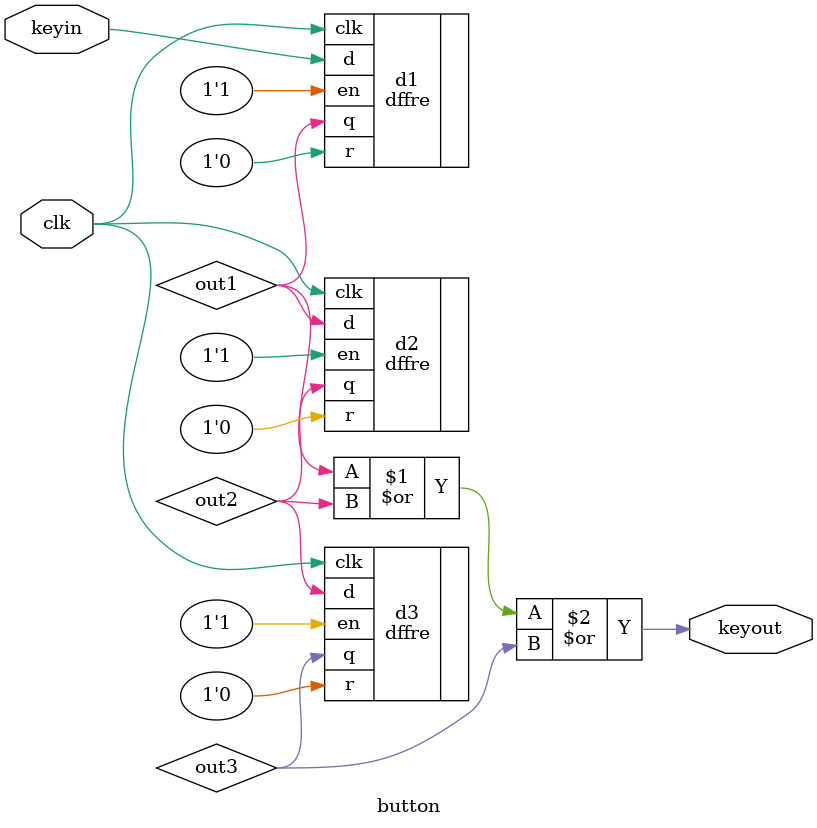
<source format=v>
module button (
    input keyin,
    input clk,
    output keyout
);

    wire out1, out2 , out3;

    dffre d1(.d(keyin) , .en(1'b1) , .r(1'b0) , .clk(clk) , .q(out1));
    dffre d2(.d(out1) , .en(1'b1) , .r(1'b0) , .clk(clk) , .q(out2));
    dffre d3(.d(out2) , .en(1'b1) , .r(1'b0) , .clk(clk) , .q(out3));

    assign keyout = out1|out2|out3;
    
endmodule
</source>
